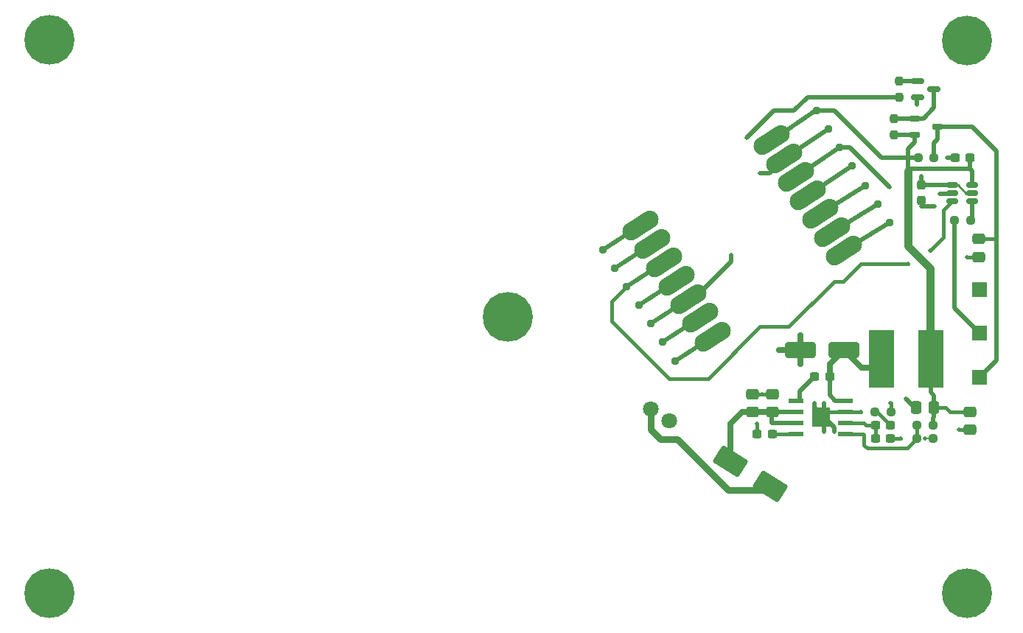
<source format=gbr>
%TF.GenerationSoftware,KiCad,Pcbnew,9.0.3*%
%TF.CreationDate,2025-08-06T11:21:27-04:00*%
%TF.ProjectId,rv_light,72765f6c-6967-4687-942e-6b696361645f,rev?*%
%TF.SameCoordinates,Original*%
%TF.FileFunction,Copper,L1,Top*%
%TF.FilePolarity,Positive*%
%FSLAX46Y46*%
G04 Gerber Fmt 4.6, Leading zero omitted, Abs format (unit mm)*
G04 Created by KiCad (PCBNEW 9.0.3) date 2025-08-06 11:21:27*
%MOMM*%
%LPD*%
G01*
G04 APERTURE LIST*
G04 Aperture macros list*
%AMRoundRect*
0 Rectangle with rounded corners*
0 $1 Rounding radius*
0 $2 $3 $4 $5 $6 $7 $8 $9 X,Y pos of 4 corners*
0 Add a 4 corners polygon primitive as box body*
4,1,4,$2,$3,$4,$5,$6,$7,$8,$9,$2,$3,0*
0 Add four circle primitives for the rounded corners*
1,1,$1+$1,$2,$3*
1,1,$1+$1,$4,$5*
1,1,$1+$1,$6,$7*
1,1,$1+$1,$8,$9*
0 Add four rect primitives between the rounded corners*
20,1,$1+$1,$2,$3,$4,$5,0*
20,1,$1+$1,$4,$5,$6,$7,0*
20,1,$1+$1,$6,$7,$8,$9,0*
20,1,$1+$1,$8,$9,$2,$3,0*%
G04 Aperture macros list end*
%TA.AperFunction,SMDPad,CuDef*%
%ADD10RoundRect,0.150000X-0.512500X-0.150000X0.512500X-0.150000X0.512500X0.150000X-0.512500X0.150000X0*%
%TD*%
%TA.AperFunction,SMDPad,CuDef*%
%ADD11RoundRect,0.150000X-0.587500X-0.150000X0.587500X-0.150000X0.587500X0.150000X-0.587500X0.150000X0*%
%TD*%
%TA.AperFunction,ComponentPad*%
%ADD12R,1.700000X1.700000*%
%TD*%
%TA.AperFunction,ComponentPad*%
%ADD13C,0.939800*%
%TD*%
%TA.AperFunction,SMDPad,CuDef*%
%ADD14RoundRect,0.237500X0.300000X0.237500X-0.300000X0.237500X-0.300000X-0.237500X0.300000X-0.237500X0*%
%TD*%
%TA.AperFunction,ComponentPad*%
%ADD15C,5.715000*%
%TD*%
%TA.AperFunction,SMDPad,CuDef*%
%ADD16RoundRect,0.250000X0.475000X-0.337500X0.475000X0.337500X-0.475000X0.337500X-0.475000X-0.337500X0*%
%TD*%
%TA.AperFunction,ComponentPad*%
%ADD17C,1.803400*%
%TD*%
%TA.AperFunction,SMDPad,CuDef*%
%ADD18RoundRect,0.237500X0.237500X-0.250000X0.237500X0.250000X-0.237500X0.250000X-0.237500X-0.250000X0*%
%TD*%
%TA.AperFunction,SMDPad,CuDef*%
%ADD19RoundRect,0.250000X0.337500X0.475000X-0.337500X0.475000X-0.337500X-0.475000X0.337500X-0.475000X0*%
%TD*%
%TA.AperFunction,SMDPad,CuDef*%
%ADD20RoundRect,0.237500X-0.300000X-0.237500X0.300000X-0.237500X0.300000X0.237500X-0.300000X0.237500X0*%
%TD*%
%TA.AperFunction,WasherPad*%
%ADD21C,5.715000*%
%TD*%
%TA.AperFunction,SMDPad,CuDef*%
%ADD22RoundRect,0.237500X0.250000X0.237500X-0.250000X0.237500X-0.250000X-0.237500X0.250000X-0.237500X0*%
%TD*%
%TA.AperFunction,SMDPad,CuDef*%
%ADD23R,1.663700X0.533400*%
%TD*%
%TA.AperFunction,SMDPad,CuDef*%
%ADD24R,2.133600X2.286000*%
%TD*%
%TA.AperFunction,SMDPad,CuDef*%
%ADD25RoundRect,0.250000X-0.475000X0.337500X-0.475000X-0.337500X0.475000X-0.337500X0.475000X0.337500X0*%
%TD*%
%TA.AperFunction,SMDPad,CuDef*%
%ADD26RoundRect,0.237500X-0.250000X-0.237500X0.250000X-0.237500X0.250000X0.237500X-0.250000X0.237500X0*%
%TD*%
%TA.AperFunction,SMDPad,CuDef*%
%ADD27R,2.850000X6.600000*%
%TD*%
%TA.AperFunction,SMDPad,CuDef*%
%ADD28RoundRect,1.016000X-1.065106X-0.691700X1.065117X0.691683X1.065106X0.691700X-1.065117X-0.691683X0*%
%TD*%
%TA.AperFunction,SMDPad,CuDef*%
%ADD29RoundRect,0.250000X1.500000X0.650000X-1.500000X0.650000X-1.500000X-0.650000X1.500000X-0.650000X0*%
%TD*%
%TA.AperFunction,SMDPad,CuDef*%
%ADD30RoundRect,0.250000X-1.748999X0.031636X0.795145X-1.558122X1.748999X-0.031636X-0.795145X1.558122X0*%
%TD*%
%TA.AperFunction,SMDPad,CuDef*%
%ADD31RoundRect,0.162500X-0.447500X-0.162500X0.447500X-0.162500X0.447500X0.162500X-0.447500X0.162500X0*%
%TD*%
%TA.AperFunction,SMDPad,CuDef*%
%ADD32RoundRect,0.237500X-0.237500X0.300000X-0.237500X-0.300000X0.237500X-0.300000X0.237500X0.300000X0*%
%TD*%
%TA.AperFunction,ViaPad*%
%ADD33C,0.508000*%
%TD*%
%TA.AperFunction,Conductor*%
%ADD34C,0.508000*%
%TD*%
%TA.AperFunction,Conductor*%
%ADD35C,0.381000*%
%TD*%
%TA.AperFunction,Conductor*%
%ADD36C,0.635000*%
%TD*%
%TA.AperFunction,Conductor*%
%ADD37C,0.152400*%
%TD*%
%TA.AperFunction,Conductor*%
%ADD38C,0.762000*%
%TD*%
%TA.AperFunction,Conductor*%
%ADD39C,0.254000*%
%TD*%
%TA.AperFunction,Conductor*%
%ADD40C,0.889000*%
%TD*%
G04 APERTURE END LIST*
D10*
%TO.P,U3,1,V_{CCA}*%
%TO.N,+3.3V*%
X52329500Y43114000D03*
%TO.P,U3,2,GND*%
%TO.N,GND*%
X52329500Y42164000D03*
%TO.P,U3,3,A*%
%TO.N,LED_DATA_3.3V*%
X52329500Y41214000D03*
%TO.P,U3,4,B*%
%TO.N,LED_DATA_5V*%
X54604500Y41214000D03*
%TO.P,U3,5,OE*%
%TO.N,+3.3V*%
X54604500Y42164000D03*
%TO.P,U3,6,V_{CCB}*%
%TO.N,+5V*%
X54604500Y43114000D03*
%TD*%
D11*
%TO.P,Q5,1,B*%
%TO.N,Net-(Q5-B)*%
X48338500Y55052000D03*
%TO.P,Q5,2,E*%
%TO.N,GND*%
X48338500Y53152000D03*
%TO.P,Q5,3,C*%
%TO.N,Net-(Q3-G)*%
X50213500Y54102000D03*
%TD*%
D12*
%TO.P,J5,1,Pin_1*%
%TO.N,GND*%
X55400000Y31035000D03*
%TD*%
%TO.P,J4,1,Pin_1*%
%TO.N,Net-(J4-Pin_1)*%
X55400000Y26095000D03*
%TD*%
%TO.P,J3,1,Pin_1*%
%TO.N,5V_LED*%
X55400000Y20955000D03*
%TD*%
D13*
%TO.P,TP9,1,1*%
%TO.N,Net-(U2-PB09_A7_D7_RX)*%
X45085000Y38735000D03*
%TD*%
D14*
%TO.P,C4,1*%
%TO.N,+5V*%
X54329500Y46228000D03*
%TO.P,C4,2*%
%TO.N,GND*%
X52604500Y46228000D03*
%TD*%
D15*
%TO.P,H3,1,1*%
%TO.N,GND*%
X53972221Y-3809637D03*
%TD*%
D16*
%TO.P,C11,1*%
%TO.N,Net-(D1-K)*%
X31623000Y16996500D03*
%TO.P,C11,2*%
%TO.N,GND*%
X31623000Y19071500D03*
%TD*%
D15*
%TO.P,H2,1,1*%
%TO.N,GND*%
X53971113Y59698784D03*
%TD*%
D17*
%TO.P,J2,1,Pin_1*%
%TO.N,+12V*%
X17657958Y17347995D03*
%TO.P,J2,2,Pin_2*%
%TO.N,GND*%
X19812000Y16002000D03*
%TD*%
D13*
%TO.P,TP12,1,1*%
%TO.N,+3.3V*%
X39370000Y47396400D03*
%TD*%
D18*
%TO.P,R8,1*%
%TO.N,LED_ENABLE*%
X46228000Y53189500D03*
%TO.P,R8,2*%
%TO.N,Net-(Q5-B)*%
X46228000Y55014500D03*
%TD*%
D14*
%TO.P,C6,1*%
%TO.N,Net-(U1-SS)*%
X31596500Y14478000D03*
%TO.P,C6,2*%
%TO.N,GND*%
X29871500Y14478000D03*
%TD*%
D19*
%TO.P,C5,1*%
%TO.N,+5V*%
X50210000Y17526000D03*
%TO.P,C5,2*%
%TO.N,GND*%
X48135000Y17526000D03*
%TD*%
D20*
%TO.P,C7,1*%
%TO.N,Net-(U1-COMP)*%
X43460500Y13970000D03*
%TO.P,C7,2*%
%TO.N,GND*%
X45185500Y13970000D03*
%TD*%
D21*
%TO.P,H1,*%
%TO.N,*%
X1266105Y27948781D03*
%TD*%
D22*
%TO.P,R6,1*%
%TO.N,LED_DATA_5V*%
X54379500Y38989000D03*
%TO.P,R6,2*%
%TO.N,Net-(J4-Pin_1)*%
X52554500Y38989000D03*
%TD*%
%TO.P,R2,1*%
%TO.N,+5V*%
X50085000Y15494000D03*
%TO.P,R2,2*%
%TO.N,Net-(U1-VSENSE)*%
X48260000Y15494000D03*
%TD*%
D23*
%TO.P,U1,1,BOOT*%
%TO.N,Net-(U1-BOOT)*%
X34385250Y18288000D03*
%TO.P,U1,2,VIN*%
%TO.N,Net-(D1-K)*%
X34385250Y17018000D03*
%TO.P,U1,3,EN*%
X34385250Y15748000D03*
%TO.P,U1,4,SS*%
%TO.N,Net-(U1-SS)*%
X34385250Y14478000D03*
%TO.P,U1,5,VSENSE*%
%TO.N,Net-(U1-VSENSE)*%
X40036750Y14478000D03*
%TO.P,U1,6,COMP*%
%TO.N,Net-(U1-COMP)*%
X40036750Y15748000D03*
%TO.P,U1,7,GND*%
%TO.N,GND*%
X40036750Y17018000D03*
%TO.P,U1,8,PH*%
%TO.N,Net-(D2-K)*%
X40036750Y18288000D03*
D24*
%TO.P,U1,9,EPAD*%
%TO.N,GND*%
X37211000Y16383000D03*
%TD*%
D13*
%TO.P,TP1,1,1*%
%TO.N,Net-(U2-PA02_A0_D0)*%
X12133810Y35658282D03*
%TD*%
D15*
%TO.P,H4,1,1*%
%TO.N,GND*%
X-51438898Y-3801227D03*
%TD*%
D25*
%TO.P,C10,1*%
%TO.N,5V_LED*%
X55372000Y36873000D03*
%TO.P,C10,2*%
%TO.N,GND*%
X55372000Y34798000D03*
%TD*%
D22*
%TO.P,R3,1*%
%TO.N,5V_LED*%
X50188500Y46228000D03*
%TO.P,R3,2*%
%TO.N,+5V*%
X48363500Y46228000D03*
%TD*%
D13*
%TO.P,TP3,1,1*%
%TO.N,LED_ENABLE*%
X17667336Y27137396D03*
%TD*%
D26*
%TO.P,R1,1*%
%TO.N,Net-(C8-Pad2)*%
X43410500Y17018000D03*
%TO.P,R1,2*%
%TO.N,GND*%
X45235500Y17018000D03*
%TD*%
D15*
%TO.P,H5,1,1*%
%TO.N,GND*%
X-51419685Y59727331D03*
%TD*%
D16*
%TO.P,C1,1*%
%TO.N,Net-(D1-K)*%
X29337000Y16996500D03*
%TO.P,C1,2*%
%TO.N,GND*%
X29337000Y19071500D03*
%TD*%
D13*
%TO.P,TP8,1,1*%
%TO.N,Net-(U2-PA7_A8_D8_SCK)*%
X43711202Y40850464D03*
%TD*%
%TO.P,TP4,1,1*%
%TO.N,Net-(U2-PA9_A5_D5_SCL)*%
X19050720Y25007164D03*
%TD*%
D27*
%TO.P,L1,1,1*%
%TO.N,Net-(D2-K)*%
X44165000Y23114000D03*
%TO.P,L1,2,2*%
%TO.N,+5V*%
X49815000Y23114000D03*
%TD*%
D18*
%TO.P,R4,1*%
%TO.N,+5V*%
X45593000Y48871500D03*
%TO.P,R4,2*%
%TO.N,Net-(Q3-G)*%
X45593000Y50696500D03*
%TD*%
D28*
%TO.P,U2,1,PA02_A0_D0*%
%TO.N,Net-(U2-PA02_A0_D0)*%
X16441438Y38441687D03*
%TO.P,U2,2,PA4_A1_D1*%
%TO.N,Net-(U2-PA4_A1_D1)*%
X17819483Y36319682D03*
%TO.P,U2,3,PA10_A2_D2*%
%TO.N,LED_DATA_3.3V*%
X19202867Y34189459D03*
%TO.P,U2,4,PA11_A3_D3*%
%TO.N,Net-(U2-PA11_A3_D3)*%
X20586250Y32059236D03*
%TO.P,U2,5,PA8_A4_D4_SDA*%
%TO.N,LED_ENABLE*%
X21969633Y29929013D03*
%TO.P,U2,6,PA9_A5_D5_SCL*%
%TO.N,Net-(U2-PA9_A5_D5_SCL)*%
X23353016Y27798789D03*
%TO.P,U2,7,PB08_A6_D6_TX*%
%TO.N,Net-(U2-PB08_A6_D6_TX)*%
X24736399Y25668566D03*
%TO.P,U2,8,PB09_A7_D7_RX*%
%TO.N,Net-(U2-PB09_A7_D7_RX)*%
X39882286Y35504420D03*
%TO.P,U2,9,PA7_A8_D8_SCK*%
%TO.N,Net-(U2-PA7_A8_D8_SCK)*%
X38498903Y37634644D03*
%TO.P,U2,10,PA5_A9_D9_MISO*%
%TO.N,Net-(U2-PA5_A9_D9_MISO)*%
X37115520Y39764867D03*
%TO.P,U2,11,PA6_A10_D10_MOSI*%
%TO.N,Net-(U2-PA6_A10_D10_MOSI)*%
X35732137Y41895090D03*
%TO.P,U2,12,3V3*%
%TO.N,+3.3V*%
X34348754Y44025313D03*
%TO.P,U2,13,GND*%
%TO.N,GND*%
X32965371Y46155537D03*
%TO.P,U2,14,5V*%
%TO.N,+5V*%
X31587325Y48277541D03*
%TD*%
D26*
%TO.P,R5,1*%
%TO.N,Net-(U1-VSENSE)*%
X48260000Y13970000D03*
%TO.P,R5,2*%
%TO.N,GND*%
X50085000Y13970000D03*
%TD*%
D29*
%TO.P,D2,1,K*%
%TO.N,Net-(D2-K)*%
X39838000Y24130000D03*
%TO.P,D2,2,A*%
%TO.N,GND*%
X34838000Y24130000D03*
%TD*%
D13*
%TO.P,TP7,1,1*%
%TO.N,Net-(U2-PA5_A9_D9_MISO)*%
X42337405Y42965925D03*
%TD*%
D14*
%TO.P,C2,1*%
%TO.N,Net-(D2-K)*%
X38200500Y21082000D03*
%TO.P,C2,2*%
%TO.N,Net-(U1-BOOT)*%
X36475500Y21082000D03*
%TD*%
D13*
%TO.P,TP2,1,1*%
%TO.N,Net-(U2-PA11_A3_D3)*%
X16283958Y29267615D03*
%TD*%
D30*
%TO.P,D1,1,K*%
%TO.N,Net-(D1-K)*%
X26793270Y11336782D03*
%TO.P,D1,2,A*%
%TO.N,+12V*%
X31372730Y8475218D03*
%TD*%
D13*
%TO.P,TP6,1,1*%
%TO.N,Net-(U2-PA6_A10_D10_MOSI)*%
X40815685Y45309172D03*
%TD*%
%TO.P,TP5,1,1*%
%TO.N,Net-(U2-PB08_A6_D6_TX)*%
X20434109Y22876942D03*
%TD*%
%TO.P,TP14,1,1*%
%TO.N,GND*%
X38049200Y49530000D03*
%TD*%
%TO.P,TP11,1,1*%
%TO.N,Net-(U2-PA4_A1_D1)*%
X13517191Y33528060D03*
%TD*%
D25*
%TO.P,C9,1*%
%TO.N,+5V*%
X54356000Y17018000D03*
%TO.P,C9,2*%
%TO.N,GND*%
X54356000Y14943000D03*
%TD*%
D31*
%TO.P,Q3,1,G*%
%TO.N,Net-(Q3-G)*%
X47966000Y50734000D03*
%TO.P,Q3,2,S*%
%TO.N,+5V*%
X47966000Y48834000D03*
%TO.P,Q3,3,D*%
%TO.N,5V_LED*%
X50586000Y49784000D03*
%TD*%
D13*
%TO.P,TP10,1,1*%
%TO.N,LED_DATA_3.3V*%
X14900577Y31397847D03*
%TD*%
D32*
%TO.P,C3,1*%
%TO.N,+3.3V*%
X48768000Y43065000D03*
%TO.P,C3,2*%
%TO.N,GND*%
X48768000Y41340000D03*
%TD*%
D13*
%TO.P,TP13,1,1*%
%TO.N,+5V*%
X36677600Y51663600D03*
%TD*%
D20*
%TO.P,C8,1*%
%TO.N,Net-(U1-COMP)*%
X43460500Y15494000D03*
%TO.P,C8,2*%
%TO.N,Net-(C8-Pad2)*%
X45185500Y15494000D03*
%TD*%
D33*
%TO.N,GND*%
X53975000Y34798000D03*
X50292000Y40640000D03*
X32385000Y24130000D03*
X37560250Y18034000D03*
X51689000Y46228000D03*
X53086000Y14986000D03*
X48260000Y52324000D03*
X36449000Y18034000D03*
X45212000Y18034000D03*
X46355000Y13970000D03*
X30226000Y44450000D03*
X41783000Y17018000D03*
X49153900Y13970000D03*
X30480000Y19050000D03*
X50866000Y42098000D03*
X38735000Y14675250D03*
X46990000Y18542000D03*
X34838000Y25780000D03*
X37560250Y14675250D03*
X29845000Y15621000D03*
X34838000Y22479000D03*
%TO.N,+3.3V*%
X48768000Y44069000D03*
X45085000Y42799000D03*
%TO.N,LED_DATA_3.3V*%
X47244000Y34036000D03*
X49784000Y35560000D03*
%TO.N,LED_ENABLE*%
X28702000Y48514000D03*
X26924000Y35052000D03*
%TD*%
D34*
%TO.N,5V_LED*%
X57400000Y36826000D02*
X57404000Y36830000D01*
X57400000Y22955000D02*
X57400000Y36826000D01*
X55400000Y20955000D02*
X57400000Y22955000D01*
%TO.N,Net-(J4-Pin_1)*%
X52554500Y28940500D02*
X52554500Y38989000D01*
X55400000Y26095000D02*
X52554500Y28940500D01*
D35*
%TO.N,GND*%
X45235500Y17018000D02*
X45235500Y18010500D01*
D34*
X48006000Y17526000D02*
X46990000Y18542000D01*
X37560250Y18034000D02*
X37560250Y16383000D01*
X48260000Y53073500D02*
X48338500Y53152000D01*
D35*
X40386000Y17018000D02*
X38195250Y17018000D01*
X45235500Y18010500D02*
X45212000Y18034000D01*
X45185500Y13970000D02*
X46355000Y13970000D01*
X53975000Y34798000D02*
X55372000Y34798000D01*
X29845000Y14504500D02*
X29871500Y14478000D01*
D34*
X37560250Y14675250D02*
X37560250Y16383000D01*
D35*
X53129000Y14943000D02*
X53086000Y14986000D01*
D34*
X30226000Y44450000D02*
X31259839Y44450000D01*
D36*
X34838000Y24130000D02*
X34838000Y22479000D01*
D35*
X29337000Y19021100D02*
X29387400Y19071500D01*
X40386000Y17018000D02*
X41783000Y17018000D01*
D34*
X38735000Y14675250D02*
X38735000Y15208250D01*
D35*
X29821500Y14528000D02*
X29871500Y14478000D01*
X54356000Y14943000D02*
X53129000Y14943000D01*
D36*
X34838000Y24130000D02*
X34838000Y25780000D01*
D35*
X29387400Y19071500D02*
X31623000Y19071500D01*
D34*
X36449000Y18034000D02*
X36449000Y17494250D01*
X36449000Y17494250D02*
X37560250Y16383000D01*
X51689000Y46228000D02*
X52604500Y46228000D01*
X48260000Y52324000D02*
X48260000Y53073500D01*
X48768000Y40640000D02*
X50292000Y40640000D01*
X38195250Y17018000D02*
X37560250Y16383000D01*
X38735000Y15208250D02*
X37560250Y16383000D01*
D36*
X34838000Y24130000D02*
X32385000Y24130000D01*
D37*
X50085000Y13970000D02*
X49153900Y13970000D01*
D34*
X50866000Y42098000D02*
X52324000Y42098000D01*
X31259839Y44450000D02*
X32965372Y46155533D01*
X38052748Y49540478D02*
X32969200Y46126400D01*
D35*
X29845000Y15621000D02*
X29845000Y14504500D01*
D38*
%TO.N,+12V*%
X20701000Y13843000D02*
X18796000Y13843000D01*
X30898512Y8001000D02*
X26543000Y8001000D01*
X17657958Y14981042D02*
X17657958Y17347995D01*
X26543000Y8001000D02*
X20701000Y13843000D01*
X18796000Y13843000D02*
X17657958Y14981042D01*
X31372730Y8475218D02*
X30898512Y8001000D01*
D34*
%TO.N,+3.3V*%
X48768000Y44069000D02*
X48768000Y43065000D01*
D39*
X53914000Y42098000D02*
X52964000Y43048000D01*
D34*
X52307000Y43065000D02*
X52324000Y43048000D01*
D39*
X52964000Y43048000D02*
X52324000Y43048000D01*
D34*
X34348754Y44025313D02*
X39370000Y47396400D01*
X40487600Y47396400D02*
X39370000Y47396400D01*
X48768000Y43065000D02*
X52307000Y43065000D01*
D39*
X54599000Y42098000D02*
X53914000Y42098000D01*
D34*
X45085000Y42799000D02*
X40487600Y47396400D01*
D40*
%TO.N,+5V*%
X49784000Y33528000D02*
X47244000Y36068000D01*
D34*
X45693999Y46201999D02*
X45720000Y46228000D01*
X50210000Y18878000D02*
X49815000Y19273000D01*
D40*
X49784000Y25019000D02*
X49784000Y33528000D01*
D35*
X51562000Y17526000D02*
X52070000Y17018000D01*
D34*
X50085000Y16303000D02*
X50210000Y16428000D01*
D40*
X49530000Y24765000D02*
X49784000Y25019000D01*
D34*
X49815000Y19273000D02*
X49815000Y22606000D01*
X54329500Y44958000D02*
X54604500Y44683000D01*
X50085000Y15494000D02*
X50085000Y16303000D01*
X54604500Y44683000D02*
X54604500Y43114000D01*
X47966000Y48834000D02*
X47966000Y47966000D01*
X47498000Y44958000D02*
X54329500Y44958000D01*
X38734399Y51663600D02*
X44196000Y46201999D01*
X54329500Y46228000D02*
X54329500Y44958000D01*
D35*
X52070000Y17018000D02*
X54356000Y17018000D01*
D34*
X47244000Y44704000D02*
X47498000Y44958000D01*
D40*
X47244000Y36068000D02*
X47244000Y44704000D01*
D34*
X47966000Y47966000D02*
X47244000Y47244000D01*
D35*
X51562000Y17526000D02*
X49981400Y17526000D01*
D34*
X36677600Y51663600D02*
X38734399Y51663600D01*
X45720000Y46228000D02*
X47244000Y46228000D01*
X47244000Y47244000D02*
X47244000Y46228000D01*
X47966000Y48834000D02*
X45630500Y48834000D01*
X50210000Y16428000D02*
X50210000Y17526000D01*
X36681148Y51674078D02*
X31597600Y48260000D01*
X45630500Y48834000D02*
X45593000Y48871500D01*
X47244000Y46228000D02*
X48363500Y46228000D01*
X47244000Y44704000D02*
X47244000Y46228000D01*
X44196000Y46201999D02*
X45693999Y46201999D01*
X50210000Y17526000D02*
X50210000Y18878000D01*
D35*
%TO.N,LED_DATA_3.3V*%
X33528000Y26797000D02*
X30226000Y26797000D01*
X51308000Y37084000D02*
X49784000Y35560000D01*
X13208000Y29705270D02*
X14900577Y31397847D01*
X13208000Y27432000D02*
X13208000Y29705270D01*
D34*
X14900577Y31397847D02*
X19202869Y34189459D01*
D35*
X41783000Y34036000D02*
X39751000Y32004000D01*
X47244000Y34036000D02*
X41783000Y34036000D01*
X39751000Y32004000D02*
X38735000Y32004000D01*
X19812000Y20828000D02*
X13208000Y27432000D01*
X24257000Y20828000D02*
X19812000Y20828000D01*
X52329500Y41214000D02*
X51308000Y40192500D01*
X51308000Y40192500D02*
X51308000Y37084000D01*
X38735000Y32004000D02*
X33528000Y26797000D01*
X30226000Y26797000D02*
X24257000Y20828000D01*
D34*
%TO.N,LED_DATA_5V*%
X54604500Y41214000D02*
X54604500Y39214000D01*
X54604500Y39214000D02*
X54379500Y38989000D01*
%TO.N,Net-(Q3-G)*%
X50213500Y54102000D02*
X50213500Y51991500D01*
X45630500Y50734000D02*
X45593000Y50696500D01*
X50213500Y51991500D02*
X48956000Y50734000D01*
X47966000Y50734000D02*
X45630500Y50734000D01*
X48956000Y50734000D02*
X47966000Y50734000D01*
%TO.N,LED_ENABLE*%
X26924000Y35052000D02*
X26924000Y34290000D01*
X26924000Y34290000D02*
X22563013Y29929013D01*
X22563013Y29929013D02*
X21969637Y29929013D01*
X31800800Y51612800D02*
X28702000Y48514000D01*
X46228000Y53189500D02*
X35663500Y53189500D01*
X34086800Y51612800D02*
X31800800Y51612800D01*
X17667336Y27137396D02*
X21969637Y29929013D01*
X35663500Y53189500D02*
X34086800Y51612800D01*
D37*
%TO.N,5V_LED*%
X57361000Y36873000D02*
X57404000Y36830000D01*
D34*
X50188500Y47902500D02*
X50586000Y48300000D01*
X54610000Y49784000D02*
X50586000Y49784000D01*
X57404000Y46990000D02*
X54610000Y49784000D01*
X57404000Y36830000D02*
X57404000Y46990000D01*
X50586000Y48300000D02*
X50586000Y49784000D01*
X50188500Y46228000D02*
X50188500Y47902500D01*
D35*
X55372000Y36873000D02*
X57361000Y36873000D01*
D34*
%TO.N,Net-(U2-PA02_A0_D0)*%
X12133810Y35658282D02*
X16441432Y38441682D01*
%TO.N,Net-(U2-PA11_A3_D3)*%
X16283958Y29267615D02*
X20586249Y32059239D01*
%TO.N,Net-(U2-PA9_A5_D5_SCL)*%
X19050720Y25007164D02*
X23353015Y27798784D01*
%TO.N,Net-(U2-PB08_A6_D6_TX)*%
X20434109Y22876942D02*
X24736391Y25668566D01*
%TO.N,Net-(U2-PA6_A10_D10_MOSI)*%
X40815685Y45309172D02*
X35732137Y41895094D01*
%TO.N,Net-(U2-PA5_A9_D9_MISO)*%
X42337405Y42965925D02*
X37115516Y39764866D01*
%TO.N,Net-(U2-PA7_A8_D8_SCK)*%
X43711202Y40850464D02*
X38498904Y37634640D01*
%TO.N,Net-(U2-PB09_A7_D7_RX)*%
X45085000Y38735000D02*
X39882279Y35504426D01*
%TO.N,Net-(D1-K)*%
X31517500Y15748000D02*
X31517500Y17018000D01*
X34385250Y15748000D02*
X31517500Y15748000D01*
X31623000Y16996500D02*
X29337000Y16996500D01*
D35*
X29295500Y16680000D02*
X29083000Y16892500D01*
D34*
X29058000Y16867500D02*
X29083000Y16892500D01*
D36*
X28194000Y17018000D02*
X31517500Y17018000D01*
X26793270Y15617270D02*
X28194000Y17018000D01*
X26793270Y11336782D02*
X26793270Y15617270D01*
D35*
X29083000Y16892500D02*
X29083000Y17168500D01*
D34*
X34385250Y17018000D02*
X31517500Y17018000D01*
%TO.N,Net-(U2-PA4_A1_D1)*%
X13517191Y33528060D02*
X17819481Y36319679D01*
%TO.N,Net-(Q5-B)*%
X46265500Y55052000D02*
X46228000Y55014500D01*
X48338500Y55052000D02*
X46265500Y55052000D01*
D36*
%TO.N,Net-(D2-K)*%
X41870000Y22098000D02*
X43657000Y22098000D01*
D34*
X38862000Y18288000D02*
X40386000Y18288000D01*
X38200500Y21082000D02*
X38200500Y18949500D01*
D36*
X39838000Y24130000D02*
X41870000Y22098000D01*
X39838000Y24130000D02*
X38200500Y22492500D01*
D34*
X38200500Y18949500D02*
X38862000Y18288000D01*
D35*
X43657000Y22098000D02*
X44165000Y22606000D01*
D36*
X38200500Y22492500D02*
X38200500Y21082000D01*
D34*
%TO.N,Net-(U1-BOOT)*%
X34734500Y19341000D02*
X36475500Y21082000D01*
X34734500Y18288000D02*
X34734500Y19341000D01*
D35*
%TO.N,Net-(U1-SS)*%
X34734500Y14478000D02*
X31596500Y14478000D01*
%TO.N,Net-(U1-COMP)*%
X40386000Y15748000D02*
X42113750Y15748000D01*
X43460500Y15494000D02*
X43460500Y13970000D01*
X42113750Y15748000D02*
X42367750Y15494000D01*
X42367750Y15494000D02*
X43460500Y15494000D01*
%TO.N,Net-(C8-Pad2)*%
X43661500Y17018000D02*
X45185500Y15494000D01*
X43410500Y17018000D02*
X43661500Y17018000D01*
%TO.N,Net-(U1-VSENSE)*%
X42545000Y12827000D02*
X47117000Y12827000D01*
X42037000Y14478000D02*
X42164000Y14351000D01*
X40386000Y14478000D02*
X42037000Y14478000D01*
X47117000Y12827000D02*
X48260000Y13970000D01*
X42164000Y13208000D02*
X42545000Y12827000D01*
X42164000Y14351000D02*
X42164000Y13208000D01*
X48260000Y15494000D02*
X48260000Y13970000D01*
%TD*%
M02*

</source>
